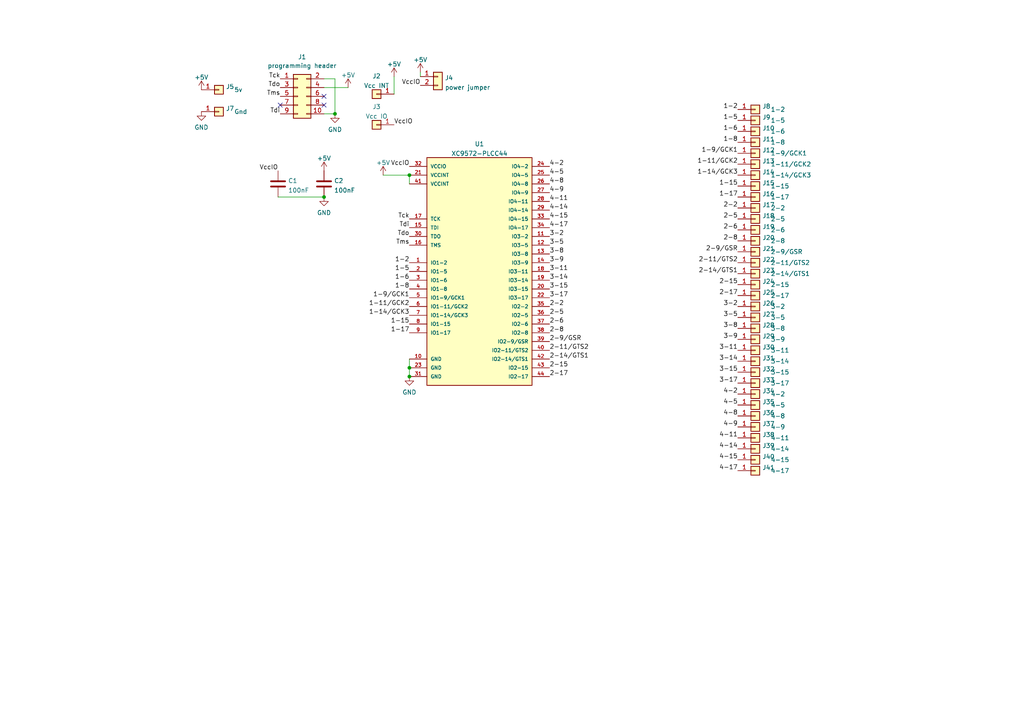
<source format=kicad_sch>
(kicad_sch (version 20211123) (generator eeschema)
  (paper "A4")
  (lib_symbols
    (symbol "Connector_Generic:Conn_01x01" (pin_names (offset 1.016) hide)
      (property "Reference" "J" (at 0 2.54 0))
      (property "Value" "Conn_01x01" (at 0 -2.54 0))
      (symbol "Conn_01x01_1_1"
        (rectangle (start -1.27 0.127) (end 0 -0.127) (stroke (width 0.1524)))
        (rectangle (start -1.27 1.27) (end 1.27 -1.27) (stroke (width 0.254)) (fill (type background)))
        (pin passive line (at -5.08 0 0) (length 3.81) (name "Pin_1") (number "1"))
      )
    )
    (symbol "Connector_Generic:Conn_01x02" (pin_names (offset 1.016) hide)
      (property "Reference" "J" (at 0 2.54 0))
      (property "Value" "Conn_01x02" (at 0 -5.08 0))
      (symbol "Conn_01x02_1_1"
        (rectangle (start -1.27 -2.413) (end 0 -2.667) (stroke (width 0.1524)))
        (rectangle (start -1.27 0.127) (end 0 -0.127) (stroke (width 0.1524)))
        (rectangle (start -1.27 1.27) (end 1.27 -3.81) (stroke (width 0.254)) (fill (type background)))
        (pin passive line (at -5.08 0 0) (length 3.81) (name "Pin_1") (number "1"))
        (pin passive line (at -5.08 -2.54 0) (length 3.81) (name "Pin_2") (number "2"))
      )
    )
    (symbol "Connector_Generic:Conn_02x05_Odd_Even" (pin_names (offset 1.016) hide)
      (property "Reference" "J" (at 1.27 7.62 0))
      (property "Value" "Conn_02x05_Odd_Even" (at 1.27 -7.62 0))
      (symbol "Conn_02x05_Odd_Even_1_1"
        (rectangle (start -1.27 -4.953) (end 0 -5.207) (stroke (width 0.1524)))
        (rectangle (start -1.27 -2.413) (end 0 -2.667) (stroke (width 0.1524)))
        (rectangle (start -1.27 0.127) (end 0 -0.127) (stroke (width 0.1524)))
        (rectangle (start -1.27 2.667) (end 0 2.413) (stroke (width 0.1524)))
        (rectangle (start -1.27 5.207) (end 0 4.953) (stroke (width 0.1524)))
        (rectangle (start -1.27 6.35) (end 3.81 -6.35) (stroke (width 0.254)) (fill (type background)))
        (rectangle (start 3.81 -4.953) (end 2.54 -5.207) (stroke (width 0.1524)))
        (rectangle (start 3.81 -2.413) (end 2.54 -2.667) (stroke (width 0.1524)))
        (rectangle (start 3.81 0.127) (end 2.54 -0.127) (stroke (width 0.1524)))
        (rectangle (start 3.81 2.667) (end 2.54 2.413) (stroke (width 0.1524)))
        (rectangle (start 3.81 5.207) (end 2.54 4.953) (stroke (width 0.1524)))
        (pin passive line (at -5.08 5.08 0) (length 3.81) (name "Pin_1") (number "1"))
        (pin passive line (at 7.62 -5.08 180) (length 3.81) (name "Pin_10") (number "10"))
        (pin passive line (at 7.62 5.08 180) (length 3.81) (name "Pin_2") (number "2"))
        (pin passive line (at -5.08 2.54 0) (length 3.81) (name "Pin_3") (number "3"))
        (pin passive line (at 7.62 2.54 180) (length 3.81) (name "Pin_4") (number "4"))
        (pin passive line (at -5.08 0 0) (length 3.81) (name "Pin_5") (number "5"))
        (pin passive line (at 7.62 0 180) (length 3.81) (name "Pin_6") (number "6"))
        (pin passive line (at -5.08 -2.54 0) (length 3.81) (name "Pin_7") (number "7"))
        (pin passive line (at 7.62 -2.54 180) (length 3.81) (name "Pin_8") (number "8"))
        (pin passive line (at -5.08 -5.08 0) (length 3.81) (name "Pin_9") (number "9"))
      )
    )
    (symbol "Device:C" (pin_numbers hide) (pin_names (offset 0.254))
      (property "Reference" "C" (at 0.635 2.54 0))
      (property "Value" "C" (at 0.635 -2.54 0))
      (symbol "C_0_1"
        (polyline (pts (xy -2.032 -0.762) (xy 2.032 -0.762)) (stroke (width 0.508)))
        (polyline (pts (xy -2.032 0.762) (xy 2.032 0.762)) (stroke (width 0.508)))
      )
      (symbol "C_1_1"
        (pin passive line (at 0 3.81 270) (length 2.794) (name "~") (number "1"))
        (pin passive line (at 0 -3.81 90) (length 2.794) (name "~") (number "2"))
      )
    )
    (symbol "Evan's misc parts:XC9572-PLCC44" (pin_names (offset 1.016))
      (property "Reference" "U" (at -15.24 -35.56 0))
      (property "Value" "XC9572-PLCC44" (at -15.24 -38.1 0))
      (symbol "XC9572-PLCC44_0_0"
        (rectangle (start -15.24 -33.02) (end 15.24 33.02) (stroke (width 0.254)) (fill (type background)))
        (pin bidirectional line (at -20.32 2.54 0) (length 5.08) (name "IO1-2") (number "1"))
        (pin power_in line (at -20.32 -25.4 0) (length 5.08) (name "GND") (number "10"))
        (pin bidirectional line (at 20.32 10.16 180) (length 5.08) (name "IO3-2") (number "11"))
        (pin bidirectional line (at 20.32 7.62 180) (length 5.08) (name "IO3-5") (number "12"))
        (pin bidirectional line (at 20.32 5.08 180) (length 5.08) (name "IO3-8") (number "13"))
        (pin bidirectional line (at 20.32 2.54 180) (length 5.08) (name "IO3-9") (number "14"))
        (pin bidirectional line (at -20.32 12.7 0) (length 5.08) (name "TDI") (number "15"))
        (pin bidirectional line (at -20.32 7.62 0) (length 5.08) (name "TMS") (number "16"))
        (pin bidirectional line (at -20.32 15.24 0) (length 5.08) (name "TCK") (number "17"))
        (pin bidirectional line (at 20.32 0 180) (length 5.08) (name "IO3-11") (number "18"))
        (pin bidirectional line (at 20.32 -2.54 180) (length 5.08) (name "IO3-14") (number "19"))
        (pin bidirectional line (at -20.32 0 0) (length 5.08) (name "IO1-5") (number "2"))
        (pin bidirectional line (at 20.32 -5.08 180) (length 5.08) (name "IO3-15") (number "20"))
        (pin power_in line (at -20.32 27.94 0) (length 5.08) (name "VCCINT") (number "21"))
        (pin bidirectional line (at 20.32 -7.62 180) (length 5.08) (name "IO3-17") (number "22"))
        (pin power_in line (at -20.32 -27.94 0) (length 5.08) (name "GND") (number "23"))
        (pin bidirectional line (at 20.32 30.48 180) (length 5.08) (name "IO4-2") (number "24"))
        (pin bidirectional line (at 20.32 27.94 180) (length 5.08) (name "IO4-5") (number "25"))
        (pin bidirectional line (at 20.32 25.4 180) (length 5.08) (name "IO4-8") (number "26"))
        (pin bidirectional line (at 20.32 22.86 180) (length 5.08) (name "IO4-9") (number "27"))
        (pin bidirectional line (at 20.32 20.32 180) (length 5.08) (name "IO4-11") (number "28"))
        (pin bidirectional line (at 20.32 17.78 180) (length 5.08) (name "IO4-14") (number "29"))
        (pin bidirectional line (at -20.32 -2.54 0) (length 5.08) (name "IO1-6") (number "3"))
        (pin bidirectional line (at -20.32 10.16 0) (length 5.08) (name "TDO") (number "30"))
        (pin power_in line (at -20.32 -30.48 0) (length 5.08) (name "GND") (number "31"))
        (pin power_in line (at -20.32 30.48 0) (length 5.08) (name "VCCIO") (number "32"))
        (pin bidirectional line (at 20.32 15.24 180) (length 5.08) (name "IO4-15") (number "33"))
        (pin bidirectional line (at 20.32 12.7 180) (length 5.08) (name "IO4-17") (number "34"))
        (pin bidirectional line (at 20.32 -10.16 180) (length 5.08) (name "IO2-2") (number "35"))
        (pin bidirectional line (at 20.32 -12.7 180) (length 5.08) (name "IO2-5") (number "36"))
        (pin bidirectional line (at 20.32 -15.24 180) (length 5.08) (name "IO2-6") (number "37"))
        (pin bidirectional line (at 20.32 -17.78 180) (length 5.08) (name "IO2-8") (number "38"))
        (pin bidirectional line (at 20.32 -20.32 180) (length 5.08) (name "IO2-9/GSR") (number "39"))
        (pin bidirectional line (at -20.32 -5.08 0) (length 5.08) (name "IO1-8") (number "4"))
        (pin bidirectional line (at 20.32 -22.86 180) (length 5.08) (name "IO2-11/GTS2") (number "40"))
        (pin power_in line (at -20.32 25.4 0) (length 5.08) (name "VCCINT") (number "41"))
        (pin bidirectional line (at 20.32 -25.4 180) (length 5.08) (name "IO2-14/GTS1") (number "42"))
        (pin bidirectional line (at 20.32 -27.94 180) (length 5.08) (name "IO2-15") (number "43"))
        (pin bidirectional line (at 20.32 -30.48 180) (length 5.08) (name "IO2-17") (number "44"))
        (pin bidirectional line (at -20.32 -7.62 0) (length 5.08) (name "IO1-9/GCK1") (number "5"))
        (pin bidirectional line (at -20.32 -10.16 0) (length 5.08) (name "IO1-11/GCK2") (number "6"))
        (pin bidirectional line (at -20.32 -12.7 0) (length 5.08) (name "IO1-14/GCK3") (number "7"))
        (pin bidirectional line (at -20.32 -15.24 0) (length 5.08) (name "IO1-15") (number "8"))
        (pin bidirectional line (at -20.32 -17.78 0) (length 5.08) (name "IO1-17") (number "9"))
      )
    )
    (symbol "power:+5V" (power) (pin_names (offset 0))
      (property "Value" "+5V" (at 0 3.556 0))
      (symbol "+5V_0_1"
        (polyline (pts (xy -0.762 1.27) (xy 0 2.54)))
        (polyline (pts (xy 0 0) (xy 0 2.54)))
        (polyline (pts (xy 0 2.54) (xy 0.762 1.27)))
      )
      (symbol "+5V_1_1"
        (pin power_in line (at 0 0 90) (length 0) hide (name "+5V") (number "1"))
      )
    )
    (symbol "power:GND" (power) (pin_names (offset 0))
      (property "Value" "GND" (at 0 -3.81 0))
      (symbol "GND_0_1"
        (polyline (pts (xy 0 0) (xy 0 -1.27) (xy 1.27 -1.27) (xy 0 -2.54) (xy -1.27 -1.27) (xy 0 -1.27)))
      )
      (symbol "GND_1_1"
        (pin power_in line (at 0 0 270) (length 0) hide (name "GND") (number "1"))
      )
    )
  )
  (junction (at 118.745 50.8))
  (junction (at 97.155 33.02))
  (junction (at 118.745 106.68))
  (junction (at 93.98 57.15))
  (junction (at 118.745 109.22))
  (no_connect (at 93.98 27.94))
  (no_connect (at 93.98 30.48))
  (no_connect (at 81.28 30.48))
  (wire (pts (xy 118.745 50.8) (xy 111.125 50.8)))
  (wire (pts (xy 118.745 106.68) (xy 118.745 109.22)))
  (wire (pts (xy 93.98 33.02) (xy 97.155 33.02)))
  (wire (pts (xy 93.98 22.86) (xy 97.155 22.86)))
  (wire (pts (xy 118.745 104.14) (xy 118.745 106.68)))
  (wire (pts (xy 114.3 22.225) (xy 114.3 27.305)))
  (wire (pts (xy 97.155 22.86) (xy 97.155 33.02)))
  (wire (pts (xy 93.98 25.4) (xy 100.965 25.4)))
  (wire (pts (xy 118.745 50.8) (xy 118.745 53.34)))
  (wire (pts (xy 121.92 20.955) (xy 121.92 22.225)))
  (wire (pts (xy 80.645 57.15) (xy 93.98 57.15)))
  (label "1-17" (at 118.745 96.52 180))
  (label "Tms" (at 118.745 71.12 180))
  (label "4-2" (at 213.995 114.3 180))
  (label "3-8" (at 159.385 73.66 0))
  (label "4-14" (at 213.995 130.175 180))
  (label "1-6" (at 118.745 81.28 180))
  (label "4-14" (at 159.385 60.96 0))
  (label "2-14{slash}GTS1" (at 159.385 104.14 0))
  (label "4-17" (at 159.385 66.04 0))
  (label "3-15" (at 159.385 83.82 0))
  (label "3-5" (at 213.995 92.075 180))
  (label "1-5" (at 213.995 34.925 180))
  (label "4-9" (at 159.385 55.88 0))
  (label "3-14" (at 213.995 104.775 180))
  (label "VccIO" (at 121.92 24.765 180))
  (label "3-5" (at 159.385 71.12 0))
  (label "2-6" (at 213.995 66.675 180))
  (label "4-11" (at 213.995 127 180))
  (label "Tdo" (at 81.28 25.4 180))
  (label "4-2" (at 159.385 48.26 0))
  (label "4-11" (at 159.385 58.42 0))
  (label "2-15" (at 213.995 82.55 180))
  (label "VccIO" (at 114.3 36.195 0))
  (label "2-8" (at 159.385 96.52 0))
  (label "1-2" (at 213.995 31.75 180))
  (label "Tck" (at 81.28 22.86 180))
  (label "1-9{slash}GCK1" (at 118.745 86.36 180))
  (label "4-9" (at 213.995 123.825 180))
  (label "4-5" (at 159.385 50.8 0))
  (label "1-15" (at 118.745 93.98 180))
  (label "Tdo" (at 118.745 68.58 180))
  (label "2-9{slash}GSR" (at 159.385 99.06 0))
  (label "4-15" (at 213.995 133.35 180))
  (label "1-2" (at 118.745 76.2 180))
  (label "Tms" (at 81.28 27.94 180))
  (label "Tdi" (at 118.745 66.04 180))
  (label "3-14" (at 159.385 81.28 0))
  (label "2-6" (at 159.385 93.98 0))
  (label "3-8" (at 213.995 95.25 180))
  (label "1-11{slash}GCK2" (at 118.745 88.9 180))
  (label "3-2" (at 213.995 88.9 180))
  (label "2-15" (at 159.385 106.68 0))
  (label "1-15" (at 213.995 53.975 180))
  (label "1-17" (at 213.995 57.15 180))
  (label "1-8" (at 213.995 41.275 180))
  (label "2-8" (at 213.995 69.85 180))
  (label "4-8" (at 159.385 53.34 0))
  (label "3-9" (at 159.385 76.2 0))
  (label "4-5" (at 213.995 117.475 180))
  (label "Tck" (at 118.745 63.5 180))
  (label "3-11" (at 159.385 78.74 0))
  (label "3-15" (at 213.995 107.95 180))
  (label "3-11" (at 213.995 101.6 180))
  (label "2-5" (at 159.385 91.44 0))
  (label "Tdi" (at 81.28 33.02 180))
  (label "3-17" (at 213.995 111.125 180))
  (label "2-9{slash}GSR" (at 213.995 73.025 180))
  (label "4-15" (at 159.385 63.5 0))
  (label "1-14{slash}GCK3" (at 118.745 91.44 180))
  (label "2-17" (at 159.385 109.22 0))
  (label "1-11{slash}GCK2" (at 213.995 47.625 180))
  (label "2-2" (at 159.385 88.9 0))
  (label "VccIO" (at 118.745 48.26 180))
  (label "2-17" (at 213.995 85.725 180))
  (label "4-8" (at 213.995 120.65 180))
  (label "1-8" (at 118.745 83.82 180))
  (label "1-6" (at 213.995 38.1 180))
  (label "2-5" (at 213.995 63.5 180))
  (label "3-2" (at 159.385 68.58 0))
  (label "3-9" (at 213.995 98.425 180))
  (label "3-17" (at 159.385 86.36 0))
  (label "1-9{slash}GCK1" (at 213.995 44.45 180))
  (label "2-14{slash}GTS1" (at 213.995 79.375 180))
  (label "2-11{slash}GTS2" (at 213.995 76.2 180))
  (label "1-14{slash}GCK3" (at 213.995 50.8 180))
  (label "2-11{slash}GTS2" (at 159.385 101.6 0))
  (label "4-17" (at 213.995 136.525 180))
  (label "2-2" (at 213.995 60.325 180))
  (label "VccIO" (at 80.645 49.53 180))
  (label "1-5" (at 118.745 78.74 180))
  (symbol (lib_id "Connector_Generic:Conn_01x01") (at 219.075 127 0) (unit 1)
    (property "Reference" "J38" (at 221.107 126.0915 0) (effects (justify left)))
    (property "Value" "4-11" (at 223.52 127 0) (effects (justify left)))
    (property "Footprint" "Connector_PinHeader_2.54mm:PinHeader_1x01_P2.54mm_Vertical" (effects hide))
  )
  (symbol (lib_id "power:GND") (at 97.155 33.02 0) (unit 1)
    (property "Reference" "#PWR01" (effects hide))
    (property "Value" "GND" (at 97.155 37.5825 0))
  )
  (symbol (lib_id "Connector_Generic:Conn_01x01") (at 219.075 117.475 0) (unit 1)
    (property "Reference" "J35" (at 221.107 116.5665 0) (effects (justify left)))
    (property "Value" "4-5" (at 223.52 117.475 0) (effects (justify left)))
    (property "Footprint" "Connector_PinHeader_2.54mm:PinHeader_1x01_P2.54mm_Vertical" (effects hide))
  )
  (symbol (lib_id "Connector_Generic:Conn_01x01") (at 219.075 92.075 0) (unit 1)
    (property "Reference" "J27" (at 221.107 91.1665 0) (effects (justify left)))
    (property "Value" "3-5" (at 223.52 92.075 0) (effects (justify left)))
    (property "Footprint" "Connector_PinHeader_2.54mm:PinHeader_1x01_P2.54mm_Vertical" (effects hide))
  )
  (symbol (lib_id "Connector_Generic:Conn_01x01") (at 219.075 136.525 0) (unit 1)
    (property "Reference" "J41" (at 221.107 135.6165 0) (effects (justify left)))
    (property "Value" "4-17" (at 223.52 136.525 0) (effects (justify left)))
    (property "Footprint" "Connector_PinHeader_2.54mm:PinHeader_1x01_P2.54mm_Vertical" (effects hide))
  )
  (symbol (lib_id "Connector_Generic:Conn_01x01") (at 219.075 133.35 0) (unit 1)
    (property "Reference" "J40" (at 221.107 132.4415 0) (effects (justify left)))
    (property "Value" "4-15" (at 223.52 133.35 0) (effects (justify left)))
    (property "Footprint" "Connector_PinHeader_2.54mm:PinHeader_1x01_P2.54mm_Vertical" (effects hide))
  )
  (symbol (lib_id "Connector_Generic:Conn_01x01") (at 219.075 57.15 0) (unit 1)
    (property "Reference" "J16" (at 221.107 56.2415 0) (effects (justify left)))
    (property "Value" "1-17" (at 223.52 57.15 0) (effects (justify left)))
    (property "Footprint" "Connector_PinHeader_2.54mm:PinHeader_1x01_P2.54mm_Vertical" (effects hide))
  )
  (symbol (lib_id "Device:C") (at 80.645 53.34 0) (unit 1)
    (property "Reference" "C1" (at 83.566 52.4315 0) (effects (justify left)))
    (property "Value" "100nF" (at 83.566 55.2066 0) (effects (justify left)))
    (property "Footprint" "Capacitor_SMD:C_0603_1608Metric" (effects hide))
  )
  (symbol (lib_id "power:+5V") (at 111.125 50.8 0) (unit 1)
    (property "Reference" "#PWR03" (effects hide))
    (property "Value" "+5V" (at 111.125 47.1955 0))
  )
  (symbol (lib_id "Connector_Generic:Conn_01x01") (at 219.075 107.95 0) (unit 1)
    (property "Reference" "J32" (at 221.107 107.0415 0) (effects (justify left)))
    (property "Value" "3-15" (at 223.52 107.95 0) (effects (justify left)))
    (property "Footprint" "Connector_PinHeader_2.54mm:PinHeader_1x01_P2.54mm_Vertical" (effects hide))
  )
  (symbol (lib_id "Connector_Generic:Conn_01x01") (at 219.075 123.825 0) (unit 1)
    (property "Reference" "J37" (at 221.107 122.9165 0) (effects (justify left)))
    (property "Value" "4-9" (at 223.52 123.825 0) (effects (justify left)))
    (property "Footprint" "Connector_PinHeader_2.54mm:PinHeader_1x01_P2.54mm_Vertical" (effects hide))
  )
  (symbol (lib_id "Connector_Generic:Conn_01x01") (at 63.5 32.385 0) (unit 1)
    (property "Reference" "J7" (at 65.532 31.4765 0) (effects (justify left)))
    (property "Value" "Gnd" (at 67.945 32.385 0) (effects (justify left)))
    (property "Footprint" "Connector_PinHeader_2.54mm:PinHeader_1x01_P2.54mm_Vertical" (effects hide))
  )
  (symbol (lib_id "Connector_Generic:Conn_01x01") (at 219.075 82.55 0) (unit 1)
    (property "Reference" "J24" (at 221.107 81.6415 0) (effects (justify left)))
    (property "Value" "2-15" (at 223.52 82.55 0) (effects (justify left)))
    (property "Footprint" "Connector_PinHeader_2.54mm:PinHeader_1x01_P2.54mm_Vertical" (effects hide))
  )
  (symbol (lib_id "Connector_Generic:Conn_01x01") (at 219.075 85.725 0) (unit 1)
    (property "Reference" "J25" (at 221.107 84.8165 0) (effects (justify left)))
    (property "Value" "2-17" (at 223.52 85.725 0) (effects (justify left)))
    (property "Footprint" "Connector_PinHeader_2.54mm:PinHeader_1x01_P2.54mm_Vertical" (effects hide))
  )
  (symbol (lib_id "Connector_Generic:Conn_01x01") (at 219.075 130.175 0) (unit 1)
    (property "Reference" "J39" (at 221.107 129.2665 0) (effects (justify left)))
    (property "Value" "4-14" (at 223.52 130.175 0) (effects (justify left)))
    (property "Footprint" "Connector_PinHeader_2.54mm:PinHeader_1x01_P2.54mm_Vertical" (effects hide))
  )
  (symbol (lib_id "Connector_Generic:Conn_01x01") (at 219.075 34.925 0) (unit 1)
    (property "Reference" "J9" (at 221.107 34.0165 0) (effects (justify left)))
    (property "Value" "1-5" (at 223.52 34.925 0) (effects (justify left)))
    (property "Footprint" "Connector_PinHeader_2.54mm:PinHeader_1x01_P2.54mm_Vertical" (effects hide))
  )
  (symbol (lib_id "Connector_Generic:Conn_01x01") (at 219.075 53.975 0) (unit 1)
    (property "Reference" "J15" (at 221.107 53.0665 0) (effects (justify left)))
    (property "Value" "1-15" (at 223.52 53.975 0) (effects (justify left)))
    (property "Footprint" "Connector_PinHeader_2.54mm:PinHeader_1x01_P2.54mm_Vertical" (effects hide))
  )
  (symbol (lib_id "Connector_Generic:Conn_01x01") (at 219.075 50.8 0) (unit 1)
    (property "Reference" "J14" (at 221.107 49.8915 0) (effects (justify left)))
    (property "Value" "1-14/GCK3" (at 223.52 50.8 0) (effects (justify left)))
    (property "Footprint" "Connector_PinHeader_2.54mm:PinHeader_1x01_P2.54mm_Vertical" (effects hide))
  )
  (symbol (lib_id "Connector_Generic:Conn_01x01") (at 219.075 41.275 0) (unit 1)
    (property "Reference" "J11" (at 221.107 40.3665 0) (effects (justify left)))
    (property "Value" "1-8" (at 223.52 41.275 0) (effects (justify left)))
    (property "Footprint" "Connector_PinHeader_2.54mm:PinHeader_1x01_P2.54mm_Vertical" (effects hide))
  )
  (symbol (lib_id "Connector_Generic:Conn_01x01") (at 63.5 26.035 0) (unit 1)
    (property "Reference" "J5" (at 65.532 25.1265 0) (effects (justify left)))
    (property "Value" "5v" (at 67.945 26.035 0) (effects (justify left)))
    (property "Footprint" "Connector_PinHeader_2.54mm:PinHeader_1x01_P2.54mm_Vertical" (effects hide))
  )
  (symbol (lib_id "power:GND") (at 118.745 109.22 0) (unit 1)
    (property "Reference" "#PWR05" (effects hide))
    (property "Value" "GND" (at 118.745 113.7825 0))
  )
  (symbol (lib_id "Connector_Generic:Conn_01x01") (at 219.075 98.425 0) (unit 1)
    (property "Reference" "J29" (at 221.107 97.5165 0) (effects (justify left)))
    (property "Value" "3-9" (at 223.52 98.425 0) (effects (justify left)))
    (property "Footprint" "Connector_PinHeader_2.54mm:PinHeader_1x01_P2.54mm_Vertical" (effects hide))
  )
  (symbol (lib_id "Connector_Generic:Conn_01x01") (at 219.075 101.6 0) (unit 1)
    (property "Reference" "J30" (at 221.107 100.6915 0) (effects (justify left)))
    (property "Value" "3-11" (at 223.52 101.6 0) (effects (justify left)))
    (property "Footprint" "Connector_PinHeader_2.54mm:PinHeader_1x01_P2.54mm_Vertical" (effects hide))
  )
  (symbol (lib_id "Evan's misc parts:XC9572-PLCC44") (at 139.065 78.74 0) (unit 1)
    (property "Reference" "U1" (at 139.065 41.7535 0))
    (property "Value" "XC9572-PLCC44" (at 139.065 44.5286 0))
    (property "Footprint" "Package_LCC:PLCC-44" (effects hide))
  )
  (symbol (lib_id "Connector_Generic:Conn_01x01") (at 219.075 88.9 0) (unit 1)
    (property "Reference" "J26" (at 221.107 87.9915 0) (effects (justify left)))
    (property "Value" "3-2" (at 223.52 88.9 0) (effects (justify left)))
    (property "Footprint" "Connector_PinHeader_2.54mm:PinHeader_1x01_P2.54mm_Vertical" (effects hide))
  )
  (symbol (lib_id "Connector_Generic:Conn_01x01") (at 219.075 120.65 0) (unit 1)
    (property "Reference" "J36" (at 221.107 119.7415 0) (effects (justify left)))
    (property "Value" "4-8" (at 223.52 120.65 0) (effects (justify left)))
    (property "Footprint" "Connector_PinHeader_2.54mm:PinHeader_1x01_P2.54mm_Vertical" (effects hide))
  )
  (symbol (lib_id "Connector_Generic:Conn_01x01") (at 219.075 47.625 0) (unit 1)
    (property "Reference" "J13" (at 221.107 46.7165 0) (effects (justify left)))
    (property "Value" "1-11/GCK2" (at 223.52 47.625 0) (effects (justify left)))
    (property "Footprint" "Connector_PinHeader_2.54mm:PinHeader_1x01_P2.54mm_Vertical" (effects hide))
  )
  (symbol (lib_id "Connector_Generic:Conn_01x01") (at 109.22 27.305 180) (unit 1)
    (property "Reference" "J2" (at 109.22 22.0685 0))
    (property "Value" "Vcc INT" (at 109.22 24.8436 0))
    (property "Footprint" "Connector_PinHeader_2.54mm:PinHeader_1x01_P2.54mm_Vertical" (effects hide))
  )
  (symbol (lib_id "Device:C") (at 93.98 53.34 0) (unit 1)
    (property "Reference" "C2" (at 96.901 52.4315 0) (effects (justify left)))
    (property "Value" "100nF" (at 96.901 55.2066 0) (effects (justify left)))
    (property "Footprint" "Capacitor_SMD:C_0603_1608Metric" (effects hide))
  )
  (symbol (lib_id "power:GND") (at 58.42 32.385 0) (unit 1)
    (property "Reference" "#PWR08" (effects hide))
    (property "Value" "GND" (at 58.42 36.9475 0))
  )
  (symbol (lib_id "power:+5V") (at 100.965 25.4 0) (unit 1)
    (property "Reference" "#PWR02" (effects hide))
    (property "Value" "+5V" (at 100.965 21.7955 0))
  )
  (symbol (lib_id "Connector_Generic:Conn_01x01") (at 219.075 63.5 0) (unit 1)
    (property "Reference" "J18" (at 221.107 62.5915 0) (effects (justify left)))
    (property "Value" "2-5" (at 223.52 63.5 0) (effects (justify left)))
    (property "Footprint" "Connector_PinHeader_2.54mm:PinHeader_1x01_P2.54mm_Vertical" (effects hide))
  )
  (symbol (lib_id "Connector_Generic:Conn_01x01") (at 219.075 79.375 0) (unit 1)
    (property "Reference" "J23" (at 221.107 78.4665 0) (effects (justify left)))
    (property "Value" "2-14/GTS1" (at 223.52 79.375 0) (effects (justify left)))
    (property "Footprint" "Connector_PinHeader_2.54mm:PinHeader_1x01_P2.54mm_Vertical" (effects hide))
  )
  (symbol (lib_id "Connector_Generic:Conn_01x01") (at 219.075 95.25 0) (unit 1)
    (property "Reference" "J28" (at 221.107 94.3415 0) (effects (justify left)))
    (property "Value" "3-8" (at 223.52 95.25 0) (effects (justify left)))
    (property "Footprint" "Connector_PinHeader_2.54mm:PinHeader_1x01_P2.54mm_Vertical" (effects hide))
  )
  (symbol (lib_id "Connector_Generic:Conn_01x01") (at 219.075 69.85 0) (unit 1)
    (property "Reference" "J20" (at 221.107 68.9415 0) (effects (justify left)))
    (property "Value" "2-8" (at 223.52 69.85 0) (effects (justify left)))
    (property "Footprint" "Connector_PinHeader_2.54mm:PinHeader_1x01_P2.54mm_Vertical" (effects hide))
  )
  (symbol (lib_id "power:+5V") (at 114.3 22.225 0) (unit 1)
    (property "Reference" "#PWR04" (effects hide))
    (property "Value" "+5V" (at 114.3 18.6205 0))
  )
  (symbol (lib_id "Connector_Generic:Conn_01x01") (at 219.075 44.45 0) (unit 1)
    (property "Reference" "J12" (at 221.107 43.5415 0) (effects (justify left)))
    (property "Value" "1-9/GCK1" (at 223.52 44.45 0) (effects (justify left)))
    (property "Footprint" "Connector_PinHeader_2.54mm:PinHeader_1x01_P2.54mm_Vertical" (effects hide))
  )
  (symbol (lib_id "Connector_Generic:Conn_02x05_Odd_Even") (at 86.36 27.94 0) (unit 1)
    (property "Reference" "J1" (at 87.63 16.51 0))
    (property "Value" "programming header" (at 87.63 19.05 0))
    (property "Footprint" "Connector_PinHeader_2.54mm:PinHeader_2x05_P2.54mm_Vertical" (effects hide))
  )
  (symbol (lib_id "Connector_Generic:Conn_01x01") (at 219.075 111.125 0) (unit 1)
    (property "Reference" "J33" (at 221.107 110.2165 0) (effects (justify left)))
    (property "Value" "3-17" (at 223.52 111.125 0) (effects (justify left)))
    (property "Footprint" "Connector_PinHeader_2.54mm:PinHeader_1x01_P2.54mm_Vertical" (effects hide))
  )
  (symbol (lib_id "Connector_Generic:Conn_01x01") (at 219.075 104.775 0) (unit 1)
    (property "Reference" "J31" (at 221.107 103.8665 0) (effects (justify left)))
    (property "Value" "3-14" (at 223.52 104.775 0) (effects (justify left)))
    (property "Footprint" "Connector_PinHeader_2.54mm:PinHeader_1x01_P2.54mm_Vertical" (effects hide))
  )
  (symbol (lib_id "Connector_Generic:Conn_01x01") (at 219.075 38.1 0) (unit 1)
    (property "Reference" "J10" (at 221.107 37.1915 0) (effects (justify left)))
    (property "Value" "1-6" (at 223.52 38.1 0) (effects (justify left)))
    (property "Footprint" "Connector_PinHeader_2.54mm:PinHeader_1x01_P2.54mm_Vertical" (effects hide))
  )
  (symbol (lib_id "Connector_Generic:Conn_01x01") (at 219.075 73.025 0) (unit 1)
    (property "Reference" "J21" (at 221.107 72.1165 0) (effects (justify left)))
    (property "Value" "2-9/GSR" (at 223.52 73.025 0) (effects (justify left)))
    (property "Footprint" "Connector_PinHeader_2.54mm:PinHeader_1x01_P2.54mm_Vertical" (effects hide))
  )
  (symbol (lib_id "Connector_Generic:Conn_01x01") (at 219.075 31.75 0) (unit 1)
    (property "Reference" "J8" (at 221.107 30.8415 0) (effects (justify left)))
    (property "Value" "1-2" (at 223.52 31.75 0) (effects (justify left)))
    (property "Footprint" "Connector_PinHeader_2.54mm:PinHeader_1x01_P2.54mm_Vertical" (effects hide))
  )
  (symbol (lib_id "Connector_Generic:Conn_01x01") (at 219.075 60.325 0) (unit 1)
    (property "Reference" "J17" (at 221.107 59.4165 0) (effects (justify left)))
    (property "Value" "2-2" (at 223.52 60.325 0) (effects (justify left)))
    (property "Footprint" "Connector_PinHeader_2.54mm:PinHeader_1x01_P2.54mm_Vertical" (effects hide))
  )
  (symbol (lib_id "power:+5V") (at 58.42 26.035 0) (unit 1)
    (property "Reference" "#PWR07" (effects hide))
    (property "Value" "+5V" (at 58.42 22.4305 0))
  )
  (symbol (lib_id "Connector_Generic:Conn_01x01") (at 219.075 114.3 0) (unit 1)
    (property "Reference" "J34" (at 221.107 113.3915 0) (effects (justify left)))
    (property "Value" "4-2" (at 223.52 114.3 0) (effects (justify left)))
    (property "Footprint" "Connector_PinHeader_2.54mm:PinHeader_1x01_P2.54mm_Vertical" (effects hide))
  )
  (symbol (lib_id "power:+5V") (at 121.92 20.955 0) (unit 1)
    (property "Reference" "#PWR06" (effects hide))
    (property "Value" "+5V" (at 121.92 17.3505 0))
  )
  (symbol (lib_id "Connector_Generic:Conn_01x02") (at 127 22.225 0) (unit 1)
    (property "Reference" "J4" (at 129.032 22.5865 0) (effects (justify left)))
    (property "Value" "power jumper" (at 129.032 25.3616 0) (effects (justify left)))
    (property "Footprint" "Connector_PinHeader_2.54mm:PinHeader_1x02_P2.54mm_Vertical" (effects hide))
  )
  (symbol (lib_id "Connector_Generic:Conn_01x01") (at 219.075 66.675 0) (unit 1)
    (property "Reference" "J19" (at 221.107 65.7665 0) (effects (justify left)))
    (property "Value" "2-6" (at 223.52 66.675 0) (effects (justify left)))
    (property "Footprint" "Connector_PinHeader_2.54mm:PinHeader_1x01_P2.54mm_Vertical" (effects hide))
  )
  (symbol (lib_id "Connector_Generic:Conn_01x01") (at 219.075 76.2 0) (unit 1)
    (property "Reference" "J22" (at 221.107 75.2915 0) (effects (justify left)))
    (property "Value" "2-11/GTS2" (at 223.52 76.2 0) (effects (justify left)))
    (property "Footprint" "Connector_PinHeader_2.54mm:PinHeader_1x01_P2.54mm_Vertical" (effects hide))
  )
  (symbol (lib_id "power:+5V") (at 93.98 49.53 0) (unit 1)
    (property "Reference" "#PWR0101" (effects hide))
    (property "Value" "+5V" (at 93.98 45.9255 0))
  )
  (symbol (lib_id "power:GND") (at 93.98 57.15 0) (unit 1)
    (property "Reference" "#PWR0102" (effects hide))
    (property "Value" "GND" (at 93.98 61.7125 0))
  )
  (symbol (lib_id "Connector_Generic:Conn_01x01") (at 109.22 36.195 180) (unit 1)
    (property "Reference" "J3" (at 109.22 30.9585 0))
    (property "Value" "Vcc IO" (at 109.22 33.7336 0))
    (property "Footprint" "Connector_PinHeader_2.54mm:PinHeader_1x01_P2.54mm_Vertical" (effects hide))
  )
)
</source>
